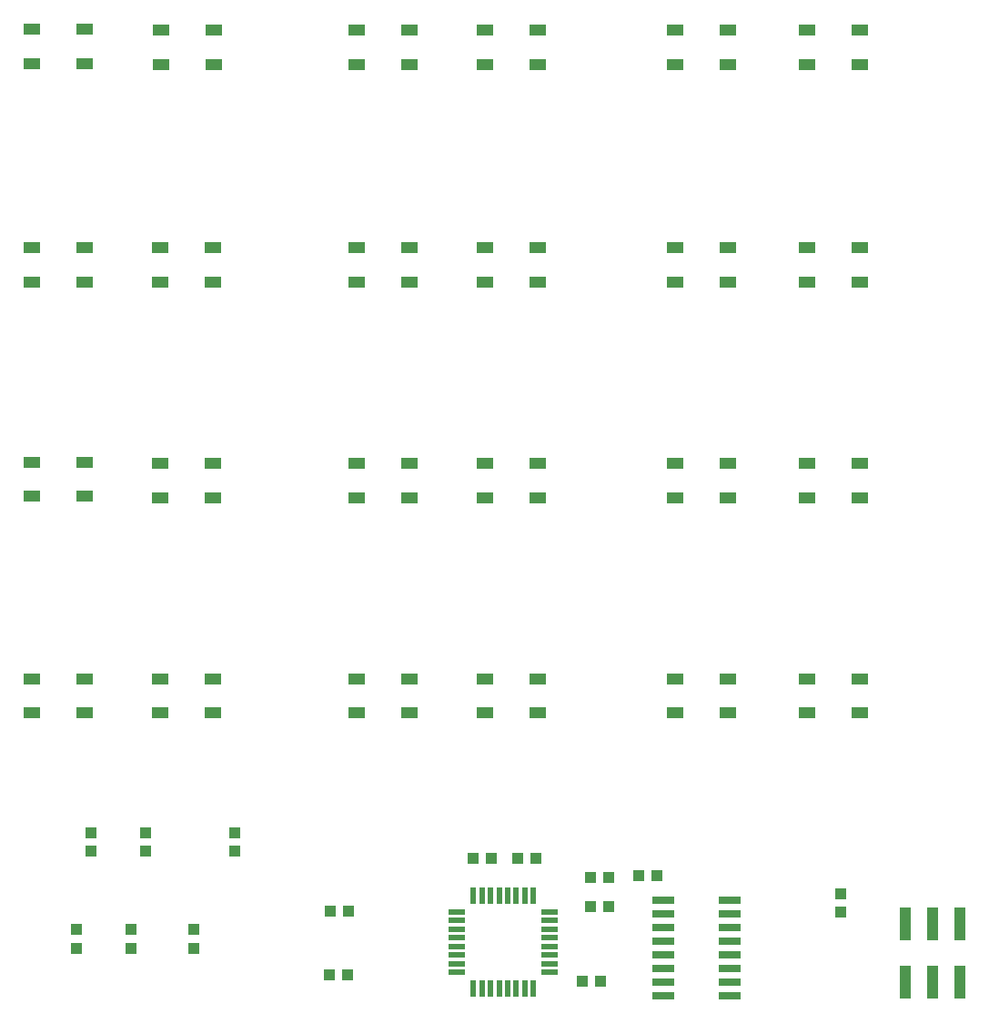
<source format=gtp>
G75*
%MOIN*%
%OFA0B0*%
%FSLAX25Y25*%
%IPPOS*%
%LPD*%
%AMOC8*
5,1,8,0,0,1.08239X$1,22.5*
%
%ADD10R,0.05906X0.03937*%
%ADD11R,0.03937X0.12205*%
%ADD12R,0.05906X0.02165*%
%ADD13R,0.02165X0.05906*%
%ADD14R,0.04331X0.03937*%
%ADD15R,0.03937X0.04331*%
%ADD16R,0.08000X0.02600*%
D10*
X0108989Y0112991D03*
X0108989Y0125590D03*
X0128280Y0125590D03*
X0128280Y0112991D03*
X0156233Y0112991D03*
X0156233Y0125590D03*
X0175524Y0125590D03*
X0175524Y0112991D03*
X0228044Y0112991D03*
X0228044Y0125590D03*
X0247335Y0125590D03*
X0247335Y0112991D03*
X0275170Y0112991D03*
X0275170Y0125590D03*
X0294461Y0125590D03*
X0294461Y0112991D03*
X0344855Y0112991D03*
X0344855Y0125590D03*
X0364146Y0125590D03*
X0364146Y0112991D03*
X0393044Y0112991D03*
X0393044Y0125590D03*
X0412335Y0125590D03*
X0412335Y0112991D03*
X0412335Y0191928D03*
X0412335Y0204527D03*
X0393044Y0204527D03*
X0393044Y0191928D03*
X0364146Y0191928D03*
X0364146Y0204527D03*
X0344855Y0204527D03*
X0344855Y0191928D03*
X0294461Y0191928D03*
X0294461Y0204527D03*
X0275170Y0204527D03*
X0275170Y0191928D03*
X0247335Y0191928D03*
X0247335Y0204527D03*
X0228044Y0204527D03*
X0228044Y0191928D03*
X0175524Y0191928D03*
X0175524Y0204527D03*
X0156233Y0204527D03*
X0156233Y0191928D03*
X0128280Y0192322D03*
X0128280Y0204921D03*
X0108989Y0204921D03*
X0108989Y0192322D03*
X0108989Y0270708D03*
X0108989Y0283306D03*
X0128280Y0283306D03*
X0128280Y0270708D03*
X0156233Y0270708D03*
X0156233Y0283306D03*
X0175524Y0283306D03*
X0175524Y0270708D03*
X0228044Y0270708D03*
X0228044Y0283306D03*
X0247335Y0283306D03*
X0247335Y0270708D03*
X0275170Y0270708D03*
X0275170Y0283306D03*
X0294461Y0283306D03*
X0294461Y0270708D03*
X0344855Y0270708D03*
X0344855Y0283306D03*
X0364146Y0283306D03*
X0364146Y0270708D03*
X0393044Y0270708D03*
X0393044Y0283306D03*
X0412335Y0283306D03*
X0412335Y0270708D03*
X0412335Y0350393D03*
X0412335Y0362991D03*
X0393044Y0362991D03*
X0393044Y0350393D03*
X0364146Y0350393D03*
X0364146Y0362991D03*
X0344855Y0362991D03*
X0344855Y0350393D03*
X0294461Y0350393D03*
X0294461Y0362991D03*
X0275170Y0362991D03*
X0275170Y0350393D03*
X0247335Y0350393D03*
X0247335Y0362991D03*
X0228044Y0362991D03*
X0228044Y0350393D03*
X0175642Y0350393D03*
X0175642Y0362991D03*
X0156351Y0362991D03*
X0156351Y0350393D03*
X0128280Y0350787D03*
X0128280Y0363385D03*
X0108989Y0363385D03*
X0108989Y0350787D03*
D11*
X0429107Y0035826D03*
X0439107Y0035826D03*
X0449107Y0035826D03*
X0449107Y0014566D03*
X0439107Y0014566D03*
X0429107Y0014566D03*
D12*
X0298753Y0018110D03*
X0298753Y0021259D03*
X0298753Y0024409D03*
X0298753Y0027558D03*
X0298753Y0030708D03*
X0298753Y0033858D03*
X0298753Y0037007D03*
X0298753Y0040157D03*
X0264894Y0040157D03*
X0264894Y0037007D03*
X0264894Y0033858D03*
X0264894Y0030708D03*
X0264894Y0027558D03*
X0264894Y0024409D03*
X0264894Y0021259D03*
X0264894Y0018110D03*
D13*
X0270800Y0012204D03*
X0273949Y0012204D03*
X0277099Y0012204D03*
X0280249Y0012204D03*
X0283398Y0012204D03*
X0286548Y0012204D03*
X0289698Y0012204D03*
X0292847Y0012204D03*
X0292847Y0046062D03*
X0289698Y0046062D03*
X0286548Y0046062D03*
X0283398Y0046062D03*
X0280249Y0046062D03*
X0277099Y0046062D03*
X0273949Y0046062D03*
X0270800Y0046062D03*
D14*
X0125485Y0026968D03*
X0125485Y0033661D03*
X0145485Y0033661D03*
X0145485Y0026968D03*
X0168398Y0026968D03*
X0168398Y0033661D03*
X0183280Y0062401D03*
X0183280Y0069094D03*
X0150603Y0069094D03*
X0150603Y0062401D03*
X0130603Y0062401D03*
X0130603Y0069094D03*
X0218241Y0040354D03*
X0224934Y0040354D03*
X0224863Y0017173D03*
X0218170Y0017173D03*
X0405509Y0039984D03*
X0405509Y0046677D03*
D15*
X0337989Y0053488D03*
X0331296Y0053488D03*
X0320272Y0052858D03*
X0313579Y0052858D03*
X0313579Y0041991D03*
X0320272Y0041991D03*
X0293871Y0059881D03*
X0287178Y0059881D03*
X0277375Y0059881D03*
X0270682Y0059881D03*
X0310593Y0014645D03*
X0317286Y0014645D03*
D16*
X0340574Y0014373D03*
X0340574Y0009373D03*
X0340574Y0019373D03*
X0340574Y0024373D03*
X0340574Y0029373D03*
X0340574Y0034373D03*
X0340574Y0039373D03*
X0340574Y0044373D03*
X0364774Y0044373D03*
X0364774Y0039373D03*
X0364774Y0034373D03*
X0364774Y0029373D03*
X0364774Y0024373D03*
X0364774Y0019373D03*
X0364774Y0014373D03*
X0364774Y0009373D03*
M02*

</source>
